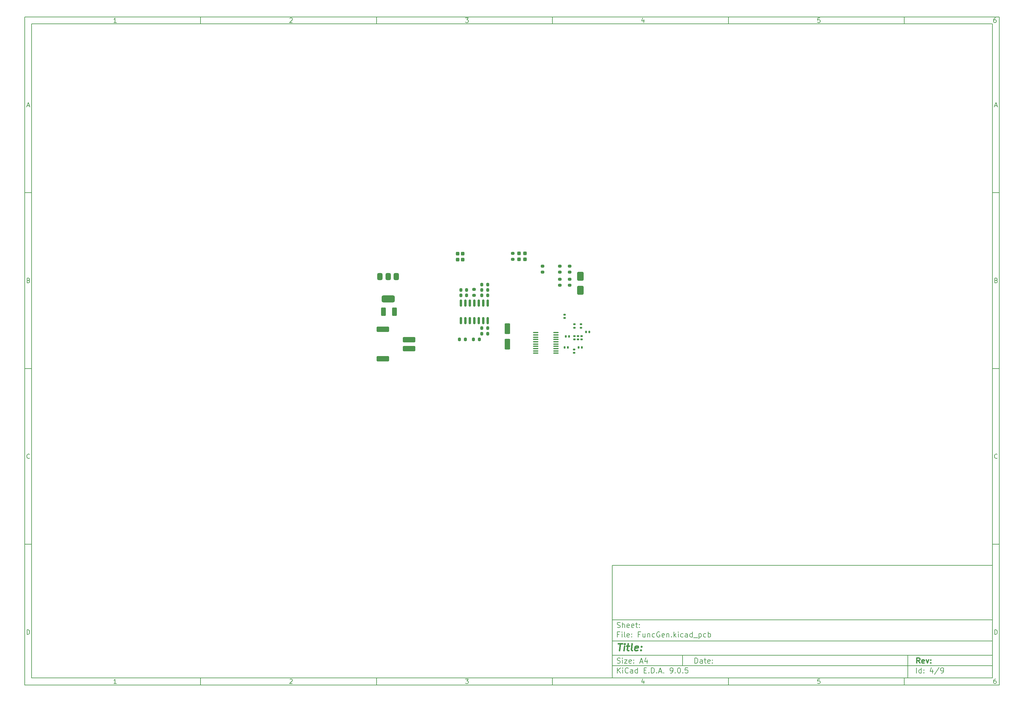
<source format=gbr>
%TF.GenerationSoftware,KiCad,Pcbnew,9.0.5*%
%TF.CreationDate,2025-10-31T11:59:02+05:30*%
%TF.ProjectId,FuncGen,46756e63-4765-46e2-9e6b-696361645f70,rev?*%
%TF.SameCoordinates,Original*%
%TF.FileFunction,Paste,Bot*%
%TF.FilePolarity,Positive*%
%FSLAX46Y46*%
G04 Gerber Fmt 4.6, Leading zero omitted, Abs format (unit mm)*
G04 Created by KiCad (PCBNEW 9.0.5) date 2025-10-31 11:59:02*
%MOMM*%
%LPD*%
G01*
G04 APERTURE LIST*
G04 Aperture macros list*
%AMRoundRect*
0 Rectangle with rounded corners*
0 $1 Rounding radius*
0 $2 $3 $4 $5 $6 $7 $8 $9 X,Y pos of 4 corners*
0 Add a 4 corners polygon primitive as box body*
4,1,4,$2,$3,$4,$5,$6,$7,$8,$9,$2,$3,0*
0 Add four circle primitives for the rounded corners*
1,1,$1+$1,$2,$3*
1,1,$1+$1,$4,$5*
1,1,$1+$1,$6,$7*
1,1,$1+$1,$8,$9*
0 Add four rect primitives between the rounded corners*
20,1,$1+$1,$2,$3,$4,$5,0*
20,1,$1+$1,$4,$5,$6,$7,0*
20,1,$1+$1,$6,$7,$8,$9,0*
20,1,$1+$1,$8,$9,$2,$3,0*%
G04 Aperture macros list end*
%ADD10C,0.100000*%
%ADD11C,0.150000*%
%ADD12C,0.300000*%
%ADD13C,0.400000*%
%ADD14RoundRect,0.237500X-0.237500X0.300000X-0.237500X-0.300000X0.237500X-0.300000X0.237500X0.300000X0*%
%ADD15RoundRect,0.200000X-0.275000X0.200000X-0.275000X-0.200000X0.275000X-0.200000X0.275000X0.200000X0*%
%ADD16RoundRect,0.140000X-0.170000X0.140000X-0.170000X-0.140000X0.170000X-0.140000X0.170000X0.140000X0*%
%ADD17RoundRect,0.140000X0.170000X-0.140000X0.170000X0.140000X-0.170000X0.140000X-0.170000X-0.140000X0*%
%ADD18RoundRect,0.200000X-0.200000X-0.275000X0.200000X-0.275000X0.200000X0.275000X-0.200000X0.275000X0*%
%ADD19RoundRect,0.250000X-0.650000X1.000000X-0.650000X-1.000000X0.650000X-1.000000X0.650000X1.000000X0*%
%ADD20RoundRect,0.200000X0.275000X-0.200000X0.275000X0.200000X-0.275000X0.200000X-0.275000X-0.200000X0*%
%ADD21RoundRect,0.237500X0.237500X-0.300000X0.237500X0.300000X-0.237500X0.300000X-0.237500X-0.300000X0*%
%ADD22RoundRect,0.200000X0.200000X0.275000X-0.200000X0.275000X-0.200000X-0.275000X0.200000X-0.275000X0*%
%ADD23RoundRect,0.150000X0.150000X-0.825000X0.150000X0.825000X-0.150000X0.825000X-0.150000X-0.825000X0*%
%ADD24RoundRect,0.225000X1.525000X-0.525000X1.525000X0.525000X-1.525000X0.525000X-1.525000X-0.525000X0*%
%ADD25RoundRect,0.250000X-0.420000X-0.945000X0.420000X-0.945000X0.420000X0.945000X-0.420000X0.945000X0*%
%ADD26RoundRect,0.140000X0.140000X0.170000X-0.140000X0.170000X-0.140000X-0.170000X0.140000X-0.170000X0*%
%ADD27RoundRect,0.375000X-0.375000X0.625000X-0.375000X-0.625000X0.375000X-0.625000X0.375000X0.625000X0*%
%ADD28RoundRect,0.500000X-1.400000X0.500000X-1.400000X-0.500000X1.400000X-0.500000X1.400000X0.500000X0*%
%ADD29RoundRect,0.100000X0.637500X0.100000X-0.637500X0.100000X-0.637500X-0.100000X0.637500X-0.100000X0*%
%ADD30RoundRect,0.140000X-0.140000X-0.170000X0.140000X-0.170000X0.140000X0.170000X-0.140000X0.170000X0*%
%ADD31RoundRect,0.250000X0.550000X-1.250000X0.550000X1.250000X-0.550000X1.250000X-0.550000X-1.250000X0*%
G04 APERTURE END LIST*
D10*
D11*
X177002200Y-166007200D02*
X285002200Y-166007200D01*
X285002200Y-198007200D01*
X177002200Y-198007200D01*
X177002200Y-166007200D01*
D10*
D11*
X10000000Y-10000000D02*
X287002200Y-10000000D01*
X287002200Y-200007200D01*
X10000000Y-200007200D01*
X10000000Y-10000000D01*
D10*
D11*
X12000000Y-12000000D02*
X285002200Y-12000000D01*
X285002200Y-198007200D01*
X12000000Y-198007200D01*
X12000000Y-12000000D01*
D10*
D11*
X60000000Y-12000000D02*
X60000000Y-10000000D01*
D10*
D11*
X110000000Y-12000000D02*
X110000000Y-10000000D01*
D10*
D11*
X160000000Y-12000000D02*
X160000000Y-10000000D01*
D10*
D11*
X210000000Y-12000000D02*
X210000000Y-10000000D01*
D10*
D11*
X260000000Y-12000000D02*
X260000000Y-10000000D01*
D10*
D11*
X36089160Y-11593604D02*
X35346303Y-11593604D01*
X35717731Y-11593604D02*
X35717731Y-10293604D01*
X35717731Y-10293604D02*
X35593922Y-10479319D01*
X35593922Y-10479319D02*
X35470112Y-10603128D01*
X35470112Y-10603128D02*
X35346303Y-10665033D01*
D10*
D11*
X85346303Y-10417414D02*
X85408207Y-10355509D01*
X85408207Y-10355509D02*
X85532017Y-10293604D01*
X85532017Y-10293604D02*
X85841541Y-10293604D01*
X85841541Y-10293604D02*
X85965350Y-10355509D01*
X85965350Y-10355509D02*
X86027255Y-10417414D01*
X86027255Y-10417414D02*
X86089160Y-10541223D01*
X86089160Y-10541223D02*
X86089160Y-10665033D01*
X86089160Y-10665033D02*
X86027255Y-10850747D01*
X86027255Y-10850747D02*
X85284398Y-11593604D01*
X85284398Y-11593604D02*
X86089160Y-11593604D01*
D10*
D11*
X135284398Y-10293604D02*
X136089160Y-10293604D01*
X136089160Y-10293604D02*
X135655826Y-10788842D01*
X135655826Y-10788842D02*
X135841541Y-10788842D01*
X135841541Y-10788842D02*
X135965350Y-10850747D01*
X135965350Y-10850747D02*
X136027255Y-10912652D01*
X136027255Y-10912652D02*
X136089160Y-11036461D01*
X136089160Y-11036461D02*
X136089160Y-11345985D01*
X136089160Y-11345985D02*
X136027255Y-11469795D01*
X136027255Y-11469795D02*
X135965350Y-11531700D01*
X135965350Y-11531700D02*
X135841541Y-11593604D01*
X135841541Y-11593604D02*
X135470112Y-11593604D01*
X135470112Y-11593604D02*
X135346303Y-11531700D01*
X135346303Y-11531700D02*
X135284398Y-11469795D01*
D10*
D11*
X185965350Y-10726938D02*
X185965350Y-11593604D01*
X185655826Y-10231700D02*
X185346303Y-11160271D01*
X185346303Y-11160271D02*
X186151064Y-11160271D01*
D10*
D11*
X236027255Y-10293604D02*
X235408207Y-10293604D01*
X235408207Y-10293604D02*
X235346303Y-10912652D01*
X235346303Y-10912652D02*
X235408207Y-10850747D01*
X235408207Y-10850747D02*
X235532017Y-10788842D01*
X235532017Y-10788842D02*
X235841541Y-10788842D01*
X235841541Y-10788842D02*
X235965350Y-10850747D01*
X235965350Y-10850747D02*
X236027255Y-10912652D01*
X236027255Y-10912652D02*
X236089160Y-11036461D01*
X236089160Y-11036461D02*
X236089160Y-11345985D01*
X236089160Y-11345985D02*
X236027255Y-11469795D01*
X236027255Y-11469795D02*
X235965350Y-11531700D01*
X235965350Y-11531700D02*
X235841541Y-11593604D01*
X235841541Y-11593604D02*
X235532017Y-11593604D01*
X235532017Y-11593604D02*
X235408207Y-11531700D01*
X235408207Y-11531700D02*
X235346303Y-11469795D01*
D10*
D11*
X285965350Y-10293604D02*
X285717731Y-10293604D01*
X285717731Y-10293604D02*
X285593922Y-10355509D01*
X285593922Y-10355509D02*
X285532017Y-10417414D01*
X285532017Y-10417414D02*
X285408207Y-10603128D01*
X285408207Y-10603128D02*
X285346303Y-10850747D01*
X285346303Y-10850747D02*
X285346303Y-11345985D01*
X285346303Y-11345985D02*
X285408207Y-11469795D01*
X285408207Y-11469795D02*
X285470112Y-11531700D01*
X285470112Y-11531700D02*
X285593922Y-11593604D01*
X285593922Y-11593604D02*
X285841541Y-11593604D01*
X285841541Y-11593604D02*
X285965350Y-11531700D01*
X285965350Y-11531700D02*
X286027255Y-11469795D01*
X286027255Y-11469795D02*
X286089160Y-11345985D01*
X286089160Y-11345985D02*
X286089160Y-11036461D01*
X286089160Y-11036461D02*
X286027255Y-10912652D01*
X286027255Y-10912652D02*
X285965350Y-10850747D01*
X285965350Y-10850747D02*
X285841541Y-10788842D01*
X285841541Y-10788842D02*
X285593922Y-10788842D01*
X285593922Y-10788842D02*
X285470112Y-10850747D01*
X285470112Y-10850747D02*
X285408207Y-10912652D01*
X285408207Y-10912652D02*
X285346303Y-11036461D01*
D10*
D11*
X60000000Y-198007200D02*
X60000000Y-200007200D01*
D10*
D11*
X110000000Y-198007200D02*
X110000000Y-200007200D01*
D10*
D11*
X160000000Y-198007200D02*
X160000000Y-200007200D01*
D10*
D11*
X210000000Y-198007200D02*
X210000000Y-200007200D01*
D10*
D11*
X260000000Y-198007200D02*
X260000000Y-200007200D01*
D10*
D11*
X36089160Y-199600804D02*
X35346303Y-199600804D01*
X35717731Y-199600804D02*
X35717731Y-198300804D01*
X35717731Y-198300804D02*
X35593922Y-198486519D01*
X35593922Y-198486519D02*
X35470112Y-198610328D01*
X35470112Y-198610328D02*
X35346303Y-198672233D01*
D10*
D11*
X85346303Y-198424614D02*
X85408207Y-198362709D01*
X85408207Y-198362709D02*
X85532017Y-198300804D01*
X85532017Y-198300804D02*
X85841541Y-198300804D01*
X85841541Y-198300804D02*
X85965350Y-198362709D01*
X85965350Y-198362709D02*
X86027255Y-198424614D01*
X86027255Y-198424614D02*
X86089160Y-198548423D01*
X86089160Y-198548423D02*
X86089160Y-198672233D01*
X86089160Y-198672233D02*
X86027255Y-198857947D01*
X86027255Y-198857947D02*
X85284398Y-199600804D01*
X85284398Y-199600804D02*
X86089160Y-199600804D01*
D10*
D11*
X135284398Y-198300804D02*
X136089160Y-198300804D01*
X136089160Y-198300804D02*
X135655826Y-198796042D01*
X135655826Y-198796042D02*
X135841541Y-198796042D01*
X135841541Y-198796042D02*
X135965350Y-198857947D01*
X135965350Y-198857947D02*
X136027255Y-198919852D01*
X136027255Y-198919852D02*
X136089160Y-199043661D01*
X136089160Y-199043661D02*
X136089160Y-199353185D01*
X136089160Y-199353185D02*
X136027255Y-199476995D01*
X136027255Y-199476995D02*
X135965350Y-199538900D01*
X135965350Y-199538900D02*
X135841541Y-199600804D01*
X135841541Y-199600804D02*
X135470112Y-199600804D01*
X135470112Y-199600804D02*
X135346303Y-199538900D01*
X135346303Y-199538900D02*
X135284398Y-199476995D01*
D10*
D11*
X185965350Y-198734138D02*
X185965350Y-199600804D01*
X185655826Y-198238900D02*
X185346303Y-199167471D01*
X185346303Y-199167471D02*
X186151064Y-199167471D01*
D10*
D11*
X236027255Y-198300804D02*
X235408207Y-198300804D01*
X235408207Y-198300804D02*
X235346303Y-198919852D01*
X235346303Y-198919852D02*
X235408207Y-198857947D01*
X235408207Y-198857947D02*
X235532017Y-198796042D01*
X235532017Y-198796042D02*
X235841541Y-198796042D01*
X235841541Y-198796042D02*
X235965350Y-198857947D01*
X235965350Y-198857947D02*
X236027255Y-198919852D01*
X236027255Y-198919852D02*
X236089160Y-199043661D01*
X236089160Y-199043661D02*
X236089160Y-199353185D01*
X236089160Y-199353185D02*
X236027255Y-199476995D01*
X236027255Y-199476995D02*
X235965350Y-199538900D01*
X235965350Y-199538900D02*
X235841541Y-199600804D01*
X235841541Y-199600804D02*
X235532017Y-199600804D01*
X235532017Y-199600804D02*
X235408207Y-199538900D01*
X235408207Y-199538900D02*
X235346303Y-199476995D01*
D10*
D11*
X285965350Y-198300804D02*
X285717731Y-198300804D01*
X285717731Y-198300804D02*
X285593922Y-198362709D01*
X285593922Y-198362709D02*
X285532017Y-198424614D01*
X285532017Y-198424614D02*
X285408207Y-198610328D01*
X285408207Y-198610328D02*
X285346303Y-198857947D01*
X285346303Y-198857947D02*
X285346303Y-199353185D01*
X285346303Y-199353185D02*
X285408207Y-199476995D01*
X285408207Y-199476995D02*
X285470112Y-199538900D01*
X285470112Y-199538900D02*
X285593922Y-199600804D01*
X285593922Y-199600804D02*
X285841541Y-199600804D01*
X285841541Y-199600804D02*
X285965350Y-199538900D01*
X285965350Y-199538900D02*
X286027255Y-199476995D01*
X286027255Y-199476995D02*
X286089160Y-199353185D01*
X286089160Y-199353185D02*
X286089160Y-199043661D01*
X286089160Y-199043661D02*
X286027255Y-198919852D01*
X286027255Y-198919852D02*
X285965350Y-198857947D01*
X285965350Y-198857947D02*
X285841541Y-198796042D01*
X285841541Y-198796042D02*
X285593922Y-198796042D01*
X285593922Y-198796042D02*
X285470112Y-198857947D01*
X285470112Y-198857947D02*
X285408207Y-198919852D01*
X285408207Y-198919852D02*
X285346303Y-199043661D01*
D10*
D11*
X10000000Y-60000000D02*
X12000000Y-60000000D01*
D10*
D11*
X10000000Y-110000000D02*
X12000000Y-110000000D01*
D10*
D11*
X10000000Y-160000000D02*
X12000000Y-160000000D01*
D10*
D11*
X10690476Y-35222176D02*
X11309523Y-35222176D01*
X10566666Y-35593604D02*
X10999999Y-34293604D01*
X10999999Y-34293604D02*
X11433333Y-35593604D01*
D10*
D11*
X11092857Y-84912652D02*
X11278571Y-84974557D01*
X11278571Y-84974557D02*
X11340476Y-85036461D01*
X11340476Y-85036461D02*
X11402380Y-85160271D01*
X11402380Y-85160271D02*
X11402380Y-85345985D01*
X11402380Y-85345985D02*
X11340476Y-85469795D01*
X11340476Y-85469795D02*
X11278571Y-85531700D01*
X11278571Y-85531700D02*
X11154761Y-85593604D01*
X11154761Y-85593604D02*
X10659523Y-85593604D01*
X10659523Y-85593604D02*
X10659523Y-84293604D01*
X10659523Y-84293604D02*
X11092857Y-84293604D01*
X11092857Y-84293604D02*
X11216666Y-84355509D01*
X11216666Y-84355509D02*
X11278571Y-84417414D01*
X11278571Y-84417414D02*
X11340476Y-84541223D01*
X11340476Y-84541223D02*
X11340476Y-84665033D01*
X11340476Y-84665033D02*
X11278571Y-84788842D01*
X11278571Y-84788842D02*
X11216666Y-84850747D01*
X11216666Y-84850747D02*
X11092857Y-84912652D01*
X11092857Y-84912652D02*
X10659523Y-84912652D01*
D10*
D11*
X11402380Y-135469795D02*
X11340476Y-135531700D01*
X11340476Y-135531700D02*
X11154761Y-135593604D01*
X11154761Y-135593604D02*
X11030952Y-135593604D01*
X11030952Y-135593604D02*
X10845238Y-135531700D01*
X10845238Y-135531700D02*
X10721428Y-135407890D01*
X10721428Y-135407890D02*
X10659523Y-135284080D01*
X10659523Y-135284080D02*
X10597619Y-135036461D01*
X10597619Y-135036461D02*
X10597619Y-134850747D01*
X10597619Y-134850747D02*
X10659523Y-134603128D01*
X10659523Y-134603128D02*
X10721428Y-134479319D01*
X10721428Y-134479319D02*
X10845238Y-134355509D01*
X10845238Y-134355509D02*
X11030952Y-134293604D01*
X11030952Y-134293604D02*
X11154761Y-134293604D01*
X11154761Y-134293604D02*
X11340476Y-134355509D01*
X11340476Y-134355509D02*
X11402380Y-134417414D01*
D10*
D11*
X10659523Y-185593604D02*
X10659523Y-184293604D01*
X10659523Y-184293604D02*
X10969047Y-184293604D01*
X10969047Y-184293604D02*
X11154761Y-184355509D01*
X11154761Y-184355509D02*
X11278571Y-184479319D01*
X11278571Y-184479319D02*
X11340476Y-184603128D01*
X11340476Y-184603128D02*
X11402380Y-184850747D01*
X11402380Y-184850747D02*
X11402380Y-185036461D01*
X11402380Y-185036461D02*
X11340476Y-185284080D01*
X11340476Y-185284080D02*
X11278571Y-185407890D01*
X11278571Y-185407890D02*
X11154761Y-185531700D01*
X11154761Y-185531700D02*
X10969047Y-185593604D01*
X10969047Y-185593604D02*
X10659523Y-185593604D01*
D10*
D11*
X287002200Y-60000000D02*
X285002200Y-60000000D01*
D10*
D11*
X287002200Y-110000000D02*
X285002200Y-110000000D01*
D10*
D11*
X287002200Y-160000000D02*
X285002200Y-160000000D01*
D10*
D11*
X285692676Y-35222176D02*
X286311723Y-35222176D01*
X285568866Y-35593604D02*
X286002199Y-34293604D01*
X286002199Y-34293604D02*
X286435533Y-35593604D01*
D10*
D11*
X286095057Y-84912652D02*
X286280771Y-84974557D01*
X286280771Y-84974557D02*
X286342676Y-85036461D01*
X286342676Y-85036461D02*
X286404580Y-85160271D01*
X286404580Y-85160271D02*
X286404580Y-85345985D01*
X286404580Y-85345985D02*
X286342676Y-85469795D01*
X286342676Y-85469795D02*
X286280771Y-85531700D01*
X286280771Y-85531700D02*
X286156961Y-85593604D01*
X286156961Y-85593604D02*
X285661723Y-85593604D01*
X285661723Y-85593604D02*
X285661723Y-84293604D01*
X285661723Y-84293604D02*
X286095057Y-84293604D01*
X286095057Y-84293604D02*
X286218866Y-84355509D01*
X286218866Y-84355509D02*
X286280771Y-84417414D01*
X286280771Y-84417414D02*
X286342676Y-84541223D01*
X286342676Y-84541223D02*
X286342676Y-84665033D01*
X286342676Y-84665033D02*
X286280771Y-84788842D01*
X286280771Y-84788842D02*
X286218866Y-84850747D01*
X286218866Y-84850747D02*
X286095057Y-84912652D01*
X286095057Y-84912652D02*
X285661723Y-84912652D01*
D10*
D11*
X286404580Y-135469795D02*
X286342676Y-135531700D01*
X286342676Y-135531700D02*
X286156961Y-135593604D01*
X286156961Y-135593604D02*
X286033152Y-135593604D01*
X286033152Y-135593604D02*
X285847438Y-135531700D01*
X285847438Y-135531700D02*
X285723628Y-135407890D01*
X285723628Y-135407890D02*
X285661723Y-135284080D01*
X285661723Y-135284080D02*
X285599819Y-135036461D01*
X285599819Y-135036461D02*
X285599819Y-134850747D01*
X285599819Y-134850747D02*
X285661723Y-134603128D01*
X285661723Y-134603128D02*
X285723628Y-134479319D01*
X285723628Y-134479319D02*
X285847438Y-134355509D01*
X285847438Y-134355509D02*
X286033152Y-134293604D01*
X286033152Y-134293604D02*
X286156961Y-134293604D01*
X286156961Y-134293604D02*
X286342676Y-134355509D01*
X286342676Y-134355509D02*
X286404580Y-134417414D01*
D10*
D11*
X285661723Y-185593604D02*
X285661723Y-184293604D01*
X285661723Y-184293604D02*
X285971247Y-184293604D01*
X285971247Y-184293604D02*
X286156961Y-184355509D01*
X286156961Y-184355509D02*
X286280771Y-184479319D01*
X286280771Y-184479319D02*
X286342676Y-184603128D01*
X286342676Y-184603128D02*
X286404580Y-184850747D01*
X286404580Y-184850747D02*
X286404580Y-185036461D01*
X286404580Y-185036461D02*
X286342676Y-185284080D01*
X286342676Y-185284080D02*
X286280771Y-185407890D01*
X286280771Y-185407890D02*
X286156961Y-185531700D01*
X286156961Y-185531700D02*
X285971247Y-185593604D01*
X285971247Y-185593604D02*
X285661723Y-185593604D01*
D10*
D11*
X200458026Y-193793328D02*
X200458026Y-192293328D01*
X200458026Y-192293328D02*
X200815169Y-192293328D01*
X200815169Y-192293328D02*
X201029455Y-192364757D01*
X201029455Y-192364757D02*
X201172312Y-192507614D01*
X201172312Y-192507614D02*
X201243741Y-192650471D01*
X201243741Y-192650471D02*
X201315169Y-192936185D01*
X201315169Y-192936185D02*
X201315169Y-193150471D01*
X201315169Y-193150471D02*
X201243741Y-193436185D01*
X201243741Y-193436185D02*
X201172312Y-193579042D01*
X201172312Y-193579042D02*
X201029455Y-193721900D01*
X201029455Y-193721900D02*
X200815169Y-193793328D01*
X200815169Y-193793328D02*
X200458026Y-193793328D01*
X202600884Y-193793328D02*
X202600884Y-193007614D01*
X202600884Y-193007614D02*
X202529455Y-192864757D01*
X202529455Y-192864757D02*
X202386598Y-192793328D01*
X202386598Y-192793328D02*
X202100884Y-192793328D01*
X202100884Y-192793328D02*
X201958026Y-192864757D01*
X202600884Y-193721900D02*
X202458026Y-193793328D01*
X202458026Y-193793328D02*
X202100884Y-193793328D01*
X202100884Y-193793328D02*
X201958026Y-193721900D01*
X201958026Y-193721900D02*
X201886598Y-193579042D01*
X201886598Y-193579042D02*
X201886598Y-193436185D01*
X201886598Y-193436185D02*
X201958026Y-193293328D01*
X201958026Y-193293328D02*
X202100884Y-193221900D01*
X202100884Y-193221900D02*
X202458026Y-193221900D01*
X202458026Y-193221900D02*
X202600884Y-193150471D01*
X203100884Y-192793328D02*
X203672312Y-192793328D01*
X203315169Y-192293328D02*
X203315169Y-193579042D01*
X203315169Y-193579042D02*
X203386598Y-193721900D01*
X203386598Y-193721900D02*
X203529455Y-193793328D01*
X203529455Y-193793328D02*
X203672312Y-193793328D01*
X204743741Y-193721900D02*
X204600884Y-193793328D01*
X204600884Y-193793328D02*
X204315170Y-193793328D01*
X204315170Y-193793328D02*
X204172312Y-193721900D01*
X204172312Y-193721900D02*
X204100884Y-193579042D01*
X204100884Y-193579042D02*
X204100884Y-193007614D01*
X204100884Y-193007614D02*
X204172312Y-192864757D01*
X204172312Y-192864757D02*
X204315170Y-192793328D01*
X204315170Y-192793328D02*
X204600884Y-192793328D01*
X204600884Y-192793328D02*
X204743741Y-192864757D01*
X204743741Y-192864757D02*
X204815170Y-193007614D01*
X204815170Y-193007614D02*
X204815170Y-193150471D01*
X204815170Y-193150471D02*
X204100884Y-193293328D01*
X205458026Y-193650471D02*
X205529455Y-193721900D01*
X205529455Y-193721900D02*
X205458026Y-193793328D01*
X205458026Y-193793328D02*
X205386598Y-193721900D01*
X205386598Y-193721900D02*
X205458026Y-193650471D01*
X205458026Y-193650471D02*
X205458026Y-193793328D01*
X205458026Y-192864757D02*
X205529455Y-192936185D01*
X205529455Y-192936185D02*
X205458026Y-193007614D01*
X205458026Y-193007614D02*
X205386598Y-192936185D01*
X205386598Y-192936185D02*
X205458026Y-192864757D01*
X205458026Y-192864757D02*
X205458026Y-193007614D01*
D10*
D11*
X177002200Y-194507200D02*
X285002200Y-194507200D01*
D10*
D11*
X178458026Y-196593328D02*
X178458026Y-195093328D01*
X179315169Y-196593328D02*
X178672312Y-195736185D01*
X179315169Y-195093328D02*
X178458026Y-195950471D01*
X179958026Y-196593328D02*
X179958026Y-195593328D01*
X179958026Y-195093328D02*
X179886598Y-195164757D01*
X179886598Y-195164757D02*
X179958026Y-195236185D01*
X179958026Y-195236185D02*
X180029455Y-195164757D01*
X180029455Y-195164757D02*
X179958026Y-195093328D01*
X179958026Y-195093328D02*
X179958026Y-195236185D01*
X181529455Y-196450471D02*
X181458027Y-196521900D01*
X181458027Y-196521900D02*
X181243741Y-196593328D01*
X181243741Y-196593328D02*
X181100884Y-196593328D01*
X181100884Y-196593328D02*
X180886598Y-196521900D01*
X180886598Y-196521900D02*
X180743741Y-196379042D01*
X180743741Y-196379042D02*
X180672312Y-196236185D01*
X180672312Y-196236185D02*
X180600884Y-195950471D01*
X180600884Y-195950471D02*
X180600884Y-195736185D01*
X180600884Y-195736185D02*
X180672312Y-195450471D01*
X180672312Y-195450471D02*
X180743741Y-195307614D01*
X180743741Y-195307614D02*
X180886598Y-195164757D01*
X180886598Y-195164757D02*
X181100884Y-195093328D01*
X181100884Y-195093328D02*
X181243741Y-195093328D01*
X181243741Y-195093328D02*
X181458027Y-195164757D01*
X181458027Y-195164757D02*
X181529455Y-195236185D01*
X182815170Y-196593328D02*
X182815170Y-195807614D01*
X182815170Y-195807614D02*
X182743741Y-195664757D01*
X182743741Y-195664757D02*
X182600884Y-195593328D01*
X182600884Y-195593328D02*
X182315170Y-195593328D01*
X182315170Y-195593328D02*
X182172312Y-195664757D01*
X182815170Y-196521900D02*
X182672312Y-196593328D01*
X182672312Y-196593328D02*
X182315170Y-196593328D01*
X182315170Y-196593328D02*
X182172312Y-196521900D01*
X182172312Y-196521900D02*
X182100884Y-196379042D01*
X182100884Y-196379042D02*
X182100884Y-196236185D01*
X182100884Y-196236185D02*
X182172312Y-196093328D01*
X182172312Y-196093328D02*
X182315170Y-196021900D01*
X182315170Y-196021900D02*
X182672312Y-196021900D01*
X182672312Y-196021900D02*
X182815170Y-195950471D01*
X184172313Y-196593328D02*
X184172313Y-195093328D01*
X184172313Y-196521900D02*
X184029455Y-196593328D01*
X184029455Y-196593328D02*
X183743741Y-196593328D01*
X183743741Y-196593328D02*
X183600884Y-196521900D01*
X183600884Y-196521900D02*
X183529455Y-196450471D01*
X183529455Y-196450471D02*
X183458027Y-196307614D01*
X183458027Y-196307614D02*
X183458027Y-195879042D01*
X183458027Y-195879042D02*
X183529455Y-195736185D01*
X183529455Y-195736185D02*
X183600884Y-195664757D01*
X183600884Y-195664757D02*
X183743741Y-195593328D01*
X183743741Y-195593328D02*
X184029455Y-195593328D01*
X184029455Y-195593328D02*
X184172313Y-195664757D01*
X186029455Y-195807614D02*
X186529455Y-195807614D01*
X186743741Y-196593328D02*
X186029455Y-196593328D01*
X186029455Y-196593328D02*
X186029455Y-195093328D01*
X186029455Y-195093328D02*
X186743741Y-195093328D01*
X187386598Y-196450471D02*
X187458027Y-196521900D01*
X187458027Y-196521900D02*
X187386598Y-196593328D01*
X187386598Y-196593328D02*
X187315170Y-196521900D01*
X187315170Y-196521900D02*
X187386598Y-196450471D01*
X187386598Y-196450471D02*
X187386598Y-196593328D01*
X188100884Y-196593328D02*
X188100884Y-195093328D01*
X188100884Y-195093328D02*
X188458027Y-195093328D01*
X188458027Y-195093328D02*
X188672313Y-195164757D01*
X188672313Y-195164757D02*
X188815170Y-195307614D01*
X188815170Y-195307614D02*
X188886599Y-195450471D01*
X188886599Y-195450471D02*
X188958027Y-195736185D01*
X188958027Y-195736185D02*
X188958027Y-195950471D01*
X188958027Y-195950471D02*
X188886599Y-196236185D01*
X188886599Y-196236185D02*
X188815170Y-196379042D01*
X188815170Y-196379042D02*
X188672313Y-196521900D01*
X188672313Y-196521900D02*
X188458027Y-196593328D01*
X188458027Y-196593328D02*
X188100884Y-196593328D01*
X189600884Y-196450471D02*
X189672313Y-196521900D01*
X189672313Y-196521900D02*
X189600884Y-196593328D01*
X189600884Y-196593328D02*
X189529456Y-196521900D01*
X189529456Y-196521900D02*
X189600884Y-196450471D01*
X189600884Y-196450471D02*
X189600884Y-196593328D01*
X190243742Y-196164757D02*
X190958028Y-196164757D01*
X190100885Y-196593328D02*
X190600885Y-195093328D01*
X190600885Y-195093328D02*
X191100885Y-196593328D01*
X191600884Y-196450471D02*
X191672313Y-196521900D01*
X191672313Y-196521900D02*
X191600884Y-196593328D01*
X191600884Y-196593328D02*
X191529456Y-196521900D01*
X191529456Y-196521900D02*
X191600884Y-196450471D01*
X191600884Y-196450471D02*
X191600884Y-196593328D01*
X193529456Y-196593328D02*
X193815170Y-196593328D01*
X193815170Y-196593328D02*
X193958027Y-196521900D01*
X193958027Y-196521900D02*
X194029456Y-196450471D01*
X194029456Y-196450471D02*
X194172313Y-196236185D01*
X194172313Y-196236185D02*
X194243742Y-195950471D01*
X194243742Y-195950471D02*
X194243742Y-195379042D01*
X194243742Y-195379042D02*
X194172313Y-195236185D01*
X194172313Y-195236185D02*
X194100885Y-195164757D01*
X194100885Y-195164757D02*
X193958027Y-195093328D01*
X193958027Y-195093328D02*
X193672313Y-195093328D01*
X193672313Y-195093328D02*
X193529456Y-195164757D01*
X193529456Y-195164757D02*
X193458027Y-195236185D01*
X193458027Y-195236185D02*
X193386599Y-195379042D01*
X193386599Y-195379042D02*
X193386599Y-195736185D01*
X193386599Y-195736185D02*
X193458027Y-195879042D01*
X193458027Y-195879042D02*
X193529456Y-195950471D01*
X193529456Y-195950471D02*
X193672313Y-196021900D01*
X193672313Y-196021900D02*
X193958027Y-196021900D01*
X193958027Y-196021900D02*
X194100885Y-195950471D01*
X194100885Y-195950471D02*
X194172313Y-195879042D01*
X194172313Y-195879042D02*
X194243742Y-195736185D01*
X194886598Y-196450471D02*
X194958027Y-196521900D01*
X194958027Y-196521900D02*
X194886598Y-196593328D01*
X194886598Y-196593328D02*
X194815170Y-196521900D01*
X194815170Y-196521900D02*
X194886598Y-196450471D01*
X194886598Y-196450471D02*
X194886598Y-196593328D01*
X195886599Y-195093328D02*
X196029456Y-195093328D01*
X196029456Y-195093328D02*
X196172313Y-195164757D01*
X196172313Y-195164757D02*
X196243742Y-195236185D01*
X196243742Y-195236185D02*
X196315170Y-195379042D01*
X196315170Y-195379042D02*
X196386599Y-195664757D01*
X196386599Y-195664757D02*
X196386599Y-196021900D01*
X196386599Y-196021900D02*
X196315170Y-196307614D01*
X196315170Y-196307614D02*
X196243742Y-196450471D01*
X196243742Y-196450471D02*
X196172313Y-196521900D01*
X196172313Y-196521900D02*
X196029456Y-196593328D01*
X196029456Y-196593328D02*
X195886599Y-196593328D01*
X195886599Y-196593328D02*
X195743742Y-196521900D01*
X195743742Y-196521900D02*
X195672313Y-196450471D01*
X195672313Y-196450471D02*
X195600884Y-196307614D01*
X195600884Y-196307614D02*
X195529456Y-196021900D01*
X195529456Y-196021900D02*
X195529456Y-195664757D01*
X195529456Y-195664757D02*
X195600884Y-195379042D01*
X195600884Y-195379042D02*
X195672313Y-195236185D01*
X195672313Y-195236185D02*
X195743742Y-195164757D01*
X195743742Y-195164757D02*
X195886599Y-195093328D01*
X197029455Y-196450471D02*
X197100884Y-196521900D01*
X197100884Y-196521900D02*
X197029455Y-196593328D01*
X197029455Y-196593328D02*
X196958027Y-196521900D01*
X196958027Y-196521900D02*
X197029455Y-196450471D01*
X197029455Y-196450471D02*
X197029455Y-196593328D01*
X198458027Y-195093328D02*
X197743741Y-195093328D01*
X197743741Y-195093328D02*
X197672313Y-195807614D01*
X197672313Y-195807614D02*
X197743741Y-195736185D01*
X197743741Y-195736185D02*
X197886599Y-195664757D01*
X197886599Y-195664757D02*
X198243741Y-195664757D01*
X198243741Y-195664757D02*
X198386599Y-195736185D01*
X198386599Y-195736185D02*
X198458027Y-195807614D01*
X198458027Y-195807614D02*
X198529456Y-195950471D01*
X198529456Y-195950471D02*
X198529456Y-196307614D01*
X198529456Y-196307614D02*
X198458027Y-196450471D01*
X198458027Y-196450471D02*
X198386599Y-196521900D01*
X198386599Y-196521900D02*
X198243741Y-196593328D01*
X198243741Y-196593328D02*
X197886599Y-196593328D01*
X197886599Y-196593328D02*
X197743741Y-196521900D01*
X197743741Y-196521900D02*
X197672313Y-196450471D01*
D10*
D11*
X177002200Y-191507200D02*
X285002200Y-191507200D01*
D10*
D12*
X264413853Y-193785528D02*
X263913853Y-193071242D01*
X263556710Y-193785528D02*
X263556710Y-192285528D01*
X263556710Y-192285528D02*
X264128139Y-192285528D01*
X264128139Y-192285528D02*
X264270996Y-192356957D01*
X264270996Y-192356957D02*
X264342425Y-192428385D01*
X264342425Y-192428385D02*
X264413853Y-192571242D01*
X264413853Y-192571242D02*
X264413853Y-192785528D01*
X264413853Y-192785528D02*
X264342425Y-192928385D01*
X264342425Y-192928385D02*
X264270996Y-192999814D01*
X264270996Y-192999814D02*
X264128139Y-193071242D01*
X264128139Y-193071242D02*
X263556710Y-193071242D01*
X265628139Y-193714100D02*
X265485282Y-193785528D01*
X265485282Y-193785528D02*
X265199568Y-193785528D01*
X265199568Y-193785528D02*
X265056710Y-193714100D01*
X265056710Y-193714100D02*
X264985282Y-193571242D01*
X264985282Y-193571242D02*
X264985282Y-192999814D01*
X264985282Y-192999814D02*
X265056710Y-192856957D01*
X265056710Y-192856957D02*
X265199568Y-192785528D01*
X265199568Y-192785528D02*
X265485282Y-192785528D01*
X265485282Y-192785528D02*
X265628139Y-192856957D01*
X265628139Y-192856957D02*
X265699568Y-192999814D01*
X265699568Y-192999814D02*
X265699568Y-193142671D01*
X265699568Y-193142671D02*
X264985282Y-193285528D01*
X266199567Y-192785528D02*
X266556710Y-193785528D01*
X266556710Y-193785528D02*
X266913853Y-192785528D01*
X267485281Y-193642671D02*
X267556710Y-193714100D01*
X267556710Y-193714100D02*
X267485281Y-193785528D01*
X267485281Y-193785528D02*
X267413853Y-193714100D01*
X267413853Y-193714100D02*
X267485281Y-193642671D01*
X267485281Y-193642671D02*
X267485281Y-193785528D01*
X267485281Y-192856957D02*
X267556710Y-192928385D01*
X267556710Y-192928385D02*
X267485281Y-192999814D01*
X267485281Y-192999814D02*
X267413853Y-192928385D01*
X267413853Y-192928385D02*
X267485281Y-192856957D01*
X267485281Y-192856957D02*
X267485281Y-192999814D01*
D10*
D11*
X178386598Y-193721900D02*
X178600884Y-193793328D01*
X178600884Y-193793328D02*
X178958026Y-193793328D01*
X178958026Y-193793328D02*
X179100884Y-193721900D01*
X179100884Y-193721900D02*
X179172312Y-193650471D01*
X179172312Y-193650471D02*
X179243741Y-193507614D01*
X179243741Y-193507614D02*
X179243741Y-193364757D01*
X179243741Y-193364757D02*
X179172312Y-193221900D01*
X179172312Y-193221900D02*
X179100884Y-193150471D01*
X179100884Y-193150471D02*
X178958026Y-193079042D01*
X178958026Y-193079042D02*
X178672312Y-193007614D01*
X178672312Y-193007614D02*
X178529455Y-192936185D01*
X178529455Y-192936185D02*
X178458026Y-192864757D01*
X178458026Y-192864757D02*
X178386598Y-192721900D01*
X178386598Y-192721900D02*
X178386598Y-192579042D01*
X178386598Y-192579042D02*
X178458026Y-192436185D01*
X178458026Y-192436185D02*
X178529455Y-192364757D01*
X178529455Y-192364757D02*
X178672312Y-192293328D01*
X178672312Y-192293328D02*
X179029455Y-192293328D01*
X179029455Y-192293328D02*
X179243741Y-192364757D01*
X179886597Y-193793328D02*
X179886597Y-192793328D01*
X179886597Y-192293328D02*
X179815169Y-192364757D01*
X179815169Y-192364757D02*
X179886597Y-192436185D01*
X179886597Y-192436185D02*
X179958026Y-192364757D01*
X179958026Y-192364757D02*
X179886597Y-192293328D01*
X179886597Y-192293328D02*
X179886597Y-192436185D01*
X180458026Y-192793328D02*
X181243741Y-192793328D01*
X181243741Y-192793328D02*
X180458026Y-193793328D01*
X180458026Y-193793328D02*
X181243741Y-193793328D01*
X182386598Y-193721900D02*
X182243741Y-193793328D01*
X182243741Y-193793328D02*
X181958027Y-193793328D01*
X181958027Y-193793328D02*
X181815169Y-193721900D01*
X181815169Y-193721900D02*
X181743741Y-193579042D01*
X181743741Y-193579042D02*
X181743741Y-193007614D01*
X181743741Y-193007614D02*
X181815169Y-192864757D01*
X181815169Y-192864757D02*
X181958027Y-192793328D01*
X181958027Y-192793328D02*
X182243741Y-192793328D01*
X182243741Y-192793328D02*
X182386598Y-192864757D01*
X182386598Y-192864757D02*
X182458027Y-193007614D01*
X182458027Y-193007614D02*
X182458027Y-193150471D01*
X182458027Y-193150471D02*
X181743741Y-193293328D01*
X183100883Y-193650471D02*
X183172312Y-193721900D01*
X183172312Y-193721900D02*
X183100883Y-193793328D01*
X183100883Y-193793328D02*
X183029455Y-193721900D01*
X183029455Y-193721900D02*
X183100883Y-193650471D01*
X183100883Y-193650471D02*
X183100883Y-193793328D01*
X183100883Y-192864757D02*
X183172312Y-192936185D01*
X183172312Y-192936185D02*
X183100883Y-193007614D01*
X183100883Y-193007614D02*
X183029455Y-192936185D01*
X183029455Y-192936185D02*
X183100883Y-192864757D01*
X183100883Y-192864757D02*
X183100883Y-193007614D01*
X184886598Y-193364757D02*
X185600884Y-193364757D01*
X184743741Y-193793328D02*
X185243741Y-192293328D01*
X185243741Y-192293328D02*
X185743741Y-193793328D01*
X186886598Y-192793328D02*
X186886598Y-193793328D01*
X186529455Y-192221900D02*
X186172312Y-193293328D01*
X186172312Y-193293328D02*
X187100883Y-193293328D01*
D10*
D11*
X263458026Y-196593328D02*
X263458026Y-195093328D01*
X264815170Y-196593328D02*
X264815170Y-195093328D01*
X264815170Y-196521900D02*
X264672312Y-196593328D01*
X264672312Y-196593328D02*
X264386598Y-196593328D01*
X264386598Y-196593328D02*
X264243741Y-196521900D01*
X264243741Y-196521900D02*
X264172312Y-196450471D01*
X264172312Y-196450471D02*
X264100884Y-196307614D01*
X264100884Y-196307614D02*
X264100884Y-195879042D01*
X264100884Y-195879042D02*
X264172312Y-195736185D01*
X264172312Y-195736185D02*
X264243741Y-195664757D01*
X264243741Y-195664757D02*
X264386598Y-195593328D01*
X264386598Y-195593328D02*
X264672312Y-195593328D01*
X264672312Y-195593328D02*
X264815170Y-195664757D01*
X265529455Y-196450471D02*
X265600884Y-196521900D01*
X265600884Y-196521900D02*
X265529455Y-196593328D01*
X265529455Y-196593328D02*
X265458027Y-196521900D01*
X265458027Y-196521900D02*
X265529455Y-196450471D01*
X265529455Y-196450471D02*
X265529455Y-196593328D01*
X265529455Y-195664757D02*
X265600884Y-195736185D01*
X265600884Y-195736185D02*
X265529455Y-195807614D01*
X265529455Y-195807614D02*
X265458027Y-195736185D01*
X265458027Y-195736185D02*
X265529455Y-195664757D01*
X265529455Y-195664757D02*
X265529455Y-195807614D01*
X268029456Y-195593328D02*
X268029456Y-196593328D01*
X267672313Y-195021900D02*
X267315170Y-196093328D01*
X267315170Y-196093328D02*
X268243741Y-196093328D01*
X269886598Y-195021900D02*
X268600884Y-196950471D01*
X270458027Y-196593328D02*
X270743741Y-196593328D01*
X270743741Y-196593328D02*
X270886598Y-196521900D01*
X270886598Y-196521900D02*
X270958027Y-196450471D01*
X270958027Y-196450471D02*
X271100884Y-196236185D01*
X271100884Y-196236185D02*
X271172313Y-195950471D01*
X271172313Y-195950471D02*
X271172313Y-195379042D01*
X271172313Y-195379042D02*
X271100884Y-195236185D01*
X271100884Y-195236185D02*
X271029456Y-195164757D01*
X271029456Y-195164757D02*
X270886598Y-195093328D01*
X270886598Y-195093328D02*
X270600884Y-195093328D01*
X270600884Y-195093328D02*
X270458027Y-195164757D01*
X270458027Y-195164757D02*
X270386598Y-195236185D01*
X270386598Y-195236185D02*
X270315170Y-195379042D01*
X270315170Y-195379042D02*
X270315170Y-195736185D01*
X270315170Y-195736185D02*
X270386598Y-195879042D01*
X270386598Y-195879042D02*
X270458027Y-195950471D01*
X270458027Y-195950471D02*
X270600884Y-196021900D01*
X270600884Y-196021900D02*
X270886598Y-196021900D01*
X270886598Y-196021900D02*
X271029456Y-195950471D01*
X271029456Y-195950471D02*
X271100884Y-195879042D01*
X271100884Y-195879042D02*
X271172313Y-195736185D01*
D10*
D11*
X177002200Y-187507200D02*
X285002200Y-187507200D01*
D10*
D13*
X178693928Y-188211638D02*
X179836785Y-188211638D01*
X179015357Y-190211638D02*
X179265357Y-188211638D01*
X180253452Y-190211638D02*
X180420119Y-188878304D01*
X180503452Y-188211638D02*
X180396309Y-188306876D01*
X180396309Y-188306876D02*
X180479643Y-188402114D01*
X180479643Y-188402114D02*
X180586786Y-188306876D01*
X180586786Y-188306876D02*
X180503452Y-188211638D01*
X180503452Y-188211638D02*
X180479643Y-188402114D01*
X181086786Y-188878304D02*
X181848690Y-188878304D01*
X181455833Y-188211638D02*
X181241548Y-189925923D01*
X181241548Y-189925923D02*
X181312976Y-190116400D01*
X181312976Y-190116400D02*
X181491548Y-190211638D01*
X181491548Y-190211638D02*
X181682024Y-190211638D01*
X182634405Y-190211638D02*
X182455833Y-190116400D01*
X182455833Y-190116400D02*
X182384405Y-189925923D01*
X182384405Y-189925923D02*
X182598690Y-188211638D01*
X184170119Y-190116400D02*
X183967738Y-190211638D01*
X183967738Y-190211638D02*
X183586785Y-190211638D01*
X183586785Y-190211638D02*
X183408214Y-190116400D01*
X183408214Y-190116400D02*
X183336785Y-189925923D01*
X183336785Y-189925923D02*
X183432024Y-189164019D01*
X183432024Y-189164019D02*
X183551071Y-188973542D01*
X183551071Y-188973542D02*
X183753452Y-188878304D01*
X183753452Y-188878304D02*
X184134404Y-188878304D01*
X184134404Y-188878304D02*
X184312976Y-188973542D01*
X184312976Y-188973542D02*
X184384404Y-189164019D01*
X184384404Y-189164019D02*
X184360595Y-189354495D01*
X184360595Y-189354495D02*
X183384404Y-189544971D01*
X185134405Y-190021161D02*
X185217738Y-190116400D01*
X185217738Y-190116400D02*
X185110595Y-190211638D01*
X185110595Y-190211638D02*
X185027262Y-190116400D01*
X185027262Y-190116400D02*
X185134405Y-190021161D01*
X185134405Y-190021161D02*
X185110595Y-190211638D01*
X185265357Y-188973542D02*
X185348690Y-189068780D01*
X185348690Y-189068780D02*
X185241548Y-189164019D01*
X185241548Y-189164019D02*
X185158214Y-189068780D01*
X185158214Y-189068780D02*
X185265357Y-188973542D01*
X185265357Y-188973542D02*
X185241548Y-189164019D01*
D10*
D11*
X178958026Y-185607614D02*
X178458026Y-185607614D01*
X178458026Y-186393328D02*
X178458026Y-184893328D01*
X178458026Y-184893328D02*
X179172312Y-184893328D01*
X179743740Y-186393328D02*
X179743740Y-185393328D01*
X179743740Y-184893328D02*
X179672312Y-184964757D01*
X179672312Y-184964757D02*
X179743740Y-185036185D01*
X179743740Y-185036185D02*
X179815169Y-184964757D01*
X179815169Y-184964757D02*
X179743740Y-184893328D01*
X179743740Y-184893328D02*
X179743740Y-185036185D01*
X180672312Y-186393328D02*
X180529455Y-186321900D01*
X180529455Y-186321900D02*
X180458026Y-186179042D01*
X180458026Y-186179042D02*
X180458026Y-184893328D01*
X181815169Y-186321900D02*
X181672312Y-186393328D01*
X181672312Y-186393328D02*
X181386598Y-186393328D01*
X181386598Y-186393328D02*
X181243740Y-186321900D01*
X181243740Y-186321900D02*
X181172312Y-186179042D01*
X181172312Y-186179042D02*
X181172312Y-185607614D01*
X181172312Y-185607614D02*
X181243740Y-185464757D01*
X181243740Y-185464757D02*
X181386598Y-185393328D01*
X181386598Y-185393328D02*
X181672312Y-185393328D01*
X181672312Y-185393328D02*
X181815169Y-185464757D01*
X181815169Y-185464757D02*
X181886598Y-185607614D01*
X181886598Y-185607614D02*
X181886598Y-185750471D01*
X181886598Y-185750471D02*
X181172312Y-185893328D01*
X182529454Y-186250471D02*
X182600883Y-186321900D01*
X182600883Y-186321900D02*
X182529454Y-186393328D01*
X182529454Y-186393328D02*
X182458026Y-186321900D01*
X182458026Y-186321900D02*
X182529454Y-186250471D01*
X182529454Y-186250471D02*
X182529454Y-186393328D01*
X182529454Y-185464757D02*
X182600883Y-185536185D01*
X182600883Y-185536185D02*
X182529454Y-185607614D01*
X182529454Y-185607614D02*
X182458026Y-185536185D01*
X182458026Y-185536185D02*
X182529454Y-185464757D01*
X182529454Y-185464757D02*
X182529454Y-185607614D01*
X184886597Y-185607614D02*
X184386597Y-185607614D01*
X184386597Y-186393328D02*
X184386597Y-184893328D01*
X184386597Y-184893328D02*
X185100883Y-184893328D01*
X186315169Y-185393328D02*
X186315169Y-186393328D01*
X185672311Y-185393328D02*
X185672311Y-186179042D01*
X185672311Y-186179042D02*
X185743740Y-186321900D01*
X185743740Y-186321900D02*
X185886597Y-186393328D01*
X185886597Y-186393328D02*
X186100883Y-186393328D01*
X186100883Y-186393328D02*
X186243740Y-186321900D01*
X186243740Y-186321900D02*
X186315169Y-186250471D01*
X187029454Y-185393328D02*
X187029454Y-186393328D01*
X187029454Y-185536185D02*
X187100883Y-185464757D01*
X187100883Y-185464757D02*
X187243740Y-185393328D01*
X187243740Y-185393328D02*
X187458026Y-185393328D01*
X187458026Y-185393328D02*
X187600883Y-185464757D01*
X187600883Y-185464757D02*
X187672312Y-185607614D01*
X187672312Y-185607614D02*
X187672312Y-186393328D01*
X189029455Y-186321900D02*
X188886597Y-186393328D01*
X188886597Y-186393328D02*
X188600883Y-186393328D01*
X188600883Y-186393328D02*
X188458026Y-186321900D01*
X188458026Y-186321900D02*
X188386597Y-186250471D01*
X188386597Y-186250471D02*
X188315169Y-186107614D01*
X188315169Y-186107614D02*
X188315169Y-185679042D01*
X188315169Y-185679042D02*
X188386597Y-185536185D01*
X188386597Y-185536185D02*
X188458026Y-185464757D01*
X188458026Y-185464757D02*
X188600883Y-185393328D01*
X188600883Y-185393328D02*
X188886597Y-185393328D01*
X188886597Y-185393328D02*
X189029455Y-185464757D01*
X190458026Y-184964757D02*
X190315169Y-184893328D01*
X190315169Y-184893328D02*
X190100883Y-184893328D01*
X190100883Y-184893328D02*
X189886597Y-184964757D01*
X189886597Y-184964757D02*
X189743740Y-185107614D01*
X189743740Y-185107614D02*
X189672311Y-185250471D01*
X189672311Y-185250471D02*
X189600883Y-185536185D01*
X189600883Y-185536185D02*
X189600883Y-185750471D01*
X189600883Y-185750471D02*
X189672311Y-186036185D01*
X189672311Y-186036185D02*
X189743740Y-186179042D01*
X189743740Y-186179042D02*
X189886597Y-186321900D01*
X189886597Y-186321900D02*
X190100883Y-186393328D01*
X190100883Y-186393328D02*
X190243740Y-186393328D01*
X190243740Y-186393328D02*
X190458026Y-186321900D01*
X190458026Y-186321900D02*
X190529454Y-186250471D01*
X190529454Y-186250471D02*
X190529454Y-185750471D01*
X190529454Y-185750471D02*
X190243740Y-185750471D01*
X191743740Y-186321900D02*
X191600883Y-186393328D01*
X191600883Y-186393328D02*
X191315169Y-186393328D01*
X191315169Y-186393328D02*
X191172311Y-186321900D01*
X191172311Y-186321900D02*
X191100883Y-186179042D01*
X191100883Y-186179042D02*
X191100883Y-185607614D01*
X191100883Y-185607614D02*
X191172311Y-185464757D01*
X191172311Y-185464757D02*
X191315169Y-185393328D01*
X191315169Y-185393328D02*
X191600883Y-185393328D01*
X191600883Y-185393328D02*
X191743740Y-185464757D01*
X191743740Y-185464757D02*
X191815169Y-185607614D01*
X191815169Y-185607614D02*
X191815169Y-185750471D01*
X191815169Y-185750471D02*
X191100883Y-185893328D01*
X192458025Y-185393328D02*
X192458025Y-186393328D01*
X192458025Y-185536185D02*
X192529454Y-185464757D01*
X192529454Y-185464757D02*
X192672311Y-185393328D01*
X192672311Y-185393328D02*
X192886597Y-185393328D01*
X192886597Y-185393328D02*
X193029454Y-185464757D01*
X193029454Y-185464757D02*
X193100883Y-185607614D01*
X193100883Y-185607614D02*
X193100883Y-186393328D01*
X193815168Y-186250471D02*
X193886597Y-186321900D01*
X193886597Y-186321900D02*
X193815168Y-186393328D01*
X193815168Y-186393328D02*
X193743740Y-186321900D01*
X193743740Y-186321900D02*
X193815168Y-186250471D01*
X193815168Y-186250471D02*
X193815168Y-186393328D01*
X194529454Y-186393328D02*
X194529454Y-184893328D01*
X194672312Y-185821900D02*
X195100883Y-186393328D01*
X195100883Y-185393328D02*
X194529454Y-185964757D01*
X195743740Y-186393328D02*
X195743740Y-185393328D01*
X195743740Y-184893328D02*
X195672312Y-184964757D01*
X195672312Y-184964757D02*
X195743740Y-185036185D01*
X195743740Y-185036185D02*
X195815169Y-184964757D01*
X195815169Y-184964757D02*
X195743740Y-184893328D01*
X195743740Y-184893328D02*
X195743740Y-185036185D01*
X197100884Y-186321900D02*
X196958026Y-186393328D01*
X196958026Y-186393328D02*
X196672312Y-186393328D01*
X196672312Y-186393328D02*
X196529455Y-186321900D01*
X196529455Y-186321900D02*
X196458026Y-186250471D01*
X196458026Y-186250471D02*
X196386598Y-186107614D01*
X196386598Y-186107614D02*
X196386598Y-185679042D01*
X196386598Y-185679042D02*
X196458026Y-185536185D01*
X196458026Y-185536185D02*
X196529455Y-185464757D01*
X196529455Y-185464757D02*
X196672312Y-185393328D01*
X196672312Y-185393328D02*
X196958026Y-185393328D01*
X196958026Y-185393328D02*
X197100884Y-185464757D01*
X198386598Y-186393328D02*
X198386598Y-185607614D01*
X198386598Y-185607614D02*
X198315169Y-185464757D01*
X198315169Y-185464757D02*
X198172312Y-185393328D01*
X198172312Y-185393328D02*
X197886598Y-185393328D01*
X197886598Y-185393328D02*
X197743740Y-185464757D01*
X198386598Y-186321900D02*
X198243740Y-186393328D01*
X198243740Y-186393328D02*
X197886598Y-186393328D01*
X197886598Y-186393328D02*
X197743740Y-186321900D01*
X197743740Y-186321900D02*
X197672312Y-186179042D01*
X197672312Y-186179042D02*
X197672312Y-186036185D01*
X197672312Y-186036185D02*
X197743740Y-185893328D01*
X197743740Y-185893328D02*
X197886598Y-185821900D01*
X197886598Y-185821900D02*
X198243740Y-185821900D01*
X198243740Y-185821900D02*
X198386598Y-185750471D01*
X199743741Y-186393328D02*
X199743741Y-184893328D01*
X199743741Y-186321900D02*
X199600883Y-186393328D01*
X199600883Y-186393328D02*
X199315169Y-186393328D01*
X199315169Y-186393328D02*
X199172312Y-186321900D01*
X199172312Y-186321900D02*
X199100883Y-186250471D01*
X199100883Y-186250471D02*
X199029455Y-186107614D01*
X199029455Y-186107614D02*
X199029455Y-185679042D01*
X199029455Y-185679042D02*
X199100883Y-185536185D01*
X199100883Y-185536185D02*
X199172312Y-185464757D01*
X199172312Y-185464757D02*
X199315169Y-185393328D01*
X199315169Y-185393328D02*
X199600883Y-185393328D01*
X199600883Y-185393328D02*
X199743741Y-185464757D01*
X200100884Y-186536185D02*
X201243741Y-186536185D01*
X201600883Y-185393328D02*
X201600883Y-186893328D01*
X201600883Y-185464757D02*
X201743741Y-185393328D01*
X201743741Y-185393328D02*
X202029455Y-185393328D01*
X202029455Y-185393328D02*
X202172312Y-185464757D01*
X202172312Y-185464757D02*
X202243741Y-185536185D01*
X202243741Y-185536185D02*
X202315169Y-185679042D01*
X202315169Y-185679042D02*
X202315169Y-186107614D01*
X202315169Y-186107614D02*
X202243741Y-186250471D01*
X202243741Y-186250471D02*
X202172312Y-186321900D01*
X202172312Y-186321900D02*
X202029455Y-186393328D01*
X202029455Y-186393328D02*
X201743741Y-186393328D01*
X201743741Y-186393328D02*
X201600883Y-186321900D01*
X203600884Y-186321900D02*
X203458026Y-186393328D01*
X203458026Y-186393328D02*
X203172312Y-186393328D01*
X203172312Y-186393328D02*
X203029455Y-186321900D01*
X203029455Y-186321900D02*
X202958026Y-186250471D01*
X202958026Y-186250471D02*
X202886598Y-186107614D01*
X202886598Y-186107614D02*
X202886598Y-185679042D01*
X202886598Y-185679042D02*
X202958026Y-185536185D01*
X202958026Y-185536185D02*
X203029455Y-185464757D01*
X203029455Y-185464757D02*
X203172312Y-185393328D01*
X203172312Y-185393328D02*
X203458026Y-185393328D01*
X203458026Y-185393328D02*
X203600884Y-185464757D01*
X204243740Y-186393328D02*
X204243740Y-184893328D01*
X204243740Y-185464757D02*
X204386598Y-185393328D01*
X204386598Y-185393328D02*
X204672312Y-185393328D01*
X204672312Y-185393328D02*
X204815169Y-185464757D01*
X204815169Y-185464757D02*
X204886598Y-185536185D01*
X204886598Y-185536185D02*
X204958026Y-185679042D01*
X204958026Y-185679042D02*
X204958026Y-186107614D01*
X204958026Y-186107614D02*
X204886598Y-186250471D01*
X204886598Y-186250471D02*
X204815169Y-186321900D01*
X204815169Y-186321900D02*
X204672312Y-186393328D01*
X204672312Y-186393328D02*
X204386598Y-186393328D01*
X204386598Y-186393328D02*
X204243740Y-186321900D01*
D10*
D11*
X177002200Y-181507200D02*
X285002200Y-181507200D01*
D10*
D11*
X178386598Y-183621900D02*
X178600884Y-183693328D01*
X178600884Y-183693328D02*
X178958026Y-183693328D01*
X178958026Y-183693328D02*
X179100884Y-183621900D01*
X179100884Y-183621900D02*
X179172312Y-183550471D01*
X179172312Y-183550471D02*
X179243741Y-183407614D01*
X179243741Y-183407614D02*
X179243741Y-183264757D01*
X179243741Y-183264757D02*
X179172312Y-183121900D01*
X179172312Y-183121900D02*
X179100884Y-183050471D01*
X179100884Y-183050471D02*
X178958026Y-182979042D01*
X178958026Y-182979042D02*
X178672312Y-182907614D01*
X178672312Y-182907614D02*
X178529455Y-182836185D01*
X178529455Y-182836185D02*
X178458026Y-182764757D01*
X178458026Y-182764757D02*
X178386598Y-182621900D01*
X178386598Y-182621900D02*
X178386598Y-182479042D01*
X178386598Y-182479042D02*
X178458026Y-182336185D01*
X178458026Y-182336185D02*
X178529455Y-182264757D01*
X178529455Y-182264757D02*
X178672312Y-182193328D01*
X178672312Y-182193328D02*
X179029455Y-182193328D01*
X179029455Y-182193328D02*
X179243741Y-182264757D01*
X179886597Y-183693328D02*
X179886597Y-182193328D01*
X180529455Y-183693328D02*
X180529455Y-182907614D01*
X180529455Y-182907614D02*
X180458026Y-182764757D01*
X180458026Y-182764757D02*
X180315169Y-182693328D01*
X180315169Y-182693328D02*
X180100883Y-182693328D01*
X180100883Y-182693328D02*
X179958026Y-182764757D01*
X179958026Y-182764757D02*
X179886597Y-182836185D01*
X181815169Y-183621900D02*
X181672312Y-183693328D01*
X181672312Y-183693328D02*
X181386598Y-183693328D01*
X181386598Y-183693328D02*
X181243740Y-183621900D01*
X181243740Y-183621900D02*
X181172312Y-183479042D01*
X181172312Y-183479042D02*
X181172312Y-182907614D01*
X181172312Y-182907614D02*
X181243740Y-182764757D01*
X181243740Y-182764757D02*
X181386598Y-182693328D01*
X181386598Y-182693328D02*
X181672312Y-182693328D01*
X181672312Y-182693328D02*
X181815169Y-182764757D01*
X181815169Y-182764757D02*
X181886598Y-182907614D01*
X181886598Y-182907614D02*
X181886598Y-183050471D01*
X181886598Y-183050471D02*
X181172312Y-183193328D01*
X183100883Y-183621900D02*
X182958026Y-183693328D01*
X182958026Y-183693328D02*
X182672312Y-183693328D01*
X182672312Y-183693328D02*
X182529454Y-183621900D01*
X182529454Y-183621900D02*
X182458026Y-183479042D01*
X182458026Y-183479042D02*
X182458026Y-182907614D01*
X182458026Y-182907614D02*
X182529454Y-182764757D01*
X182529454Y-182764757D02*
X182672312Y-182693328D01*
X182672312Y-182693328D02*
X182958026Y-182693328D01*
X182958026Y-182693328D02*
X183100883Y-182764757D01*
X183100883Y-182764757D02*
X183172312Y-182907614D01*
X183172312Y-182907614D02*
X183172312Y-183050471D01*
X183172312Y-183050471D02*
X182458026Y-183193328D01*
X183600883Y-182693328D02*
X184172311Y-182693328D01*
X183815168Y-182193328D02*
X183815168Y-183479042D01*
X183815168Y-183479042D02*
X183886597Y-183621900D01*
X183886597Y-183621900D02*
X184029454Y-183693328D01*
X184029454Y-183693328D02*
X184172311Y-183693328D01*
X184672311Y-183550471D02*
X184743740Y-183621900D01*
X184743740Y-183621900D02*
X184672311Y-183693328D01*
X184672311Y-183693328D02*
X184600883Y-183621900D01*
X184600883Y-183621900D02*
X184672311Y-183550471D01*
X184672311Y-183550471D02*
X184672311Y-183693328D01*
X184672311Y-182764757D02*
X184743740Y-182836185D01*
X184743740Y-182836185D02*
X184672311Y-182907614D01*
X184672311Y-182907614D02*
X184600883Y-182836185D01*
X184600883Y-182836185D02*
X184672311Y-182764757D01*
X184672311Y-182764757D02*
X184672311Y-182907614D01*
D10*
D11*
X197002200Y-191507200D02*
X197002200Y-194507200D01*
D10*
D11*
X261002200Y-191507200D02*
X261002200Y-198007200D01*
D14*
%TO.C,C8*%
X152146000Y-77217100D03*
X152146000Y-78942100D03*
%TD*%
D15*
%TO.C,R6*%
X162066525Y-84620600D03*
X162066525Y-86270600D03*
%TD*%
D16*
%TO.C,C18*%
X166166800Y-104602400D03*
X166166800Y-105562400D03*
%TD*%
D17*
%TO.C,C16*%
X167216866Y-101715621D03*
X167216866Y-100755621D03*
%TD*%
D18*
%TO.C,R34*%
X139929600Y-98536992D03*
X141579600Y-98536992D03*
%TD*%
D19*
%TO.C,D1*%
X167894000Y-83750400D03*
X167894000Y-87750400D03*
%TD*%
D18*
%TO.C,R30*%
X133591800Y-101701600D03*
X135241800Y-101701600D03*
%TD*%
D20*
%TO.C,R3*%
X148742400Y-78904600D03*
X148742400Y-77254600D03*
%TD*%
D21*
%TO.C,C3*%
X134504173Y-79051581D03*
X134504173Y-77326581D03*
%TD*%
D17*
%TO.C,C12*%
X166200866Y-101715621D03*
X166200866Y-100755621D03*
%TD*%
D22*
%TO.C,R33*%
X141591800Y-86156800D03*
X139941800Y-86156800D03*
%TD*%
D23*
%TO.C,U6*%
X141579600Y-96367600D03*
X140309600Y-96367600D03*
X139039600Y-96367600D03*
X137769600Y-96367600D03*
X136499600Y-96367600D03*
X135229600Y-96367600D03*
X133959600Y-96367600D03*
X133959600Y-91417600D03*
X135229600Y-91417600D03*
X136499600Y-91417600D03*
X137769600Y-91417600D03*
X139039600Y-91417600D03*
X140309600Y-91417600D03*
X141579600Y-91417600D03*
%TD*%
D18*
%TO.C,R29*%
X137554200Y-101701600D03*
X139204200Y-101701600D03*
%TD*%
D22*
%TO.C,R32*%
X141579600Y-87687900D03*
X139929600Y-87687900D03*
%TD*%
D20*
%TO.C,R8*%
X157175200Y-82548911D03*
X157175200Y-80898911D03*
%TD*%
D24*
%TO.C,J1*%
X119250920Y-104301509D03*
X119250920Y-101761509D03*
X111770920Y-107231509D03*
X111770920Y-98831509D03*
%TD*%
D25*
%TO.C,C7*%
X111998000Y-93878400D03*
X115078000Y-93878400D03*
%TD*%
D21*
%TO.C,C2*%
X133030973Y-79051581D03*
X133030973Y-77326581D03*
%TD*%
D17*
%TO.C,C22*%
X168232866Y-101715621D03*
X168232866Y-100755621D03*
%TD*%
D26*
%TO.C,C15*%
X164699666Y-100829221D03*
X163739666Y-100829221D03*
%TD*%
D18*
%TO.C,R37*%
X133959600Y-87687900D03*
X135609600Y-87687900D03*
%TD*%
D15*
%TO.C,R38*%
X137668000Y-87518200D03*
X137668000Y-89168200D03*
%TD*%
%TO.C,R4*%
X164846000Y-84620600D03*
X164846000Y-86270600D03*
%TD*%
D16*
%TO.C,C13*%
X168097200Y-97411600D03*
X168097200Y-98371600D03*
%TD*%
D22*
%TO.C,R39*%
X135609600Y-89168200D03*
X133959600Y-89168200D03*
%TD*%
D27*
%TO.C,U1*%
X110984000Y-83870400D03*
X113284000Y-83870400D03*
D28*
X113284000Y-90170400D03*
D27*
X115584000Y-83870400D03*
%TD*%
D29*
%TO.C,U3*%
X160952100Y-99792600D03*
X160952100Y-100442600D03*
X160952100Y-101092600D03*
X160952100Y-101742600D03*
X160952100Y-102392600D03*
X160952100Y-103042600D03*
X160952100Y-103692600D03*
X160952100Y-104342600D03*
X160952100Y-104992600D03*
X160952100Y-105642600D03*
X155227100Y-105642600D03*
X155227100Y-104992600D03*
X155227100Y-104342600D03*
X155227100Y-103692600D03*
X155227100Y-103042600D03*
X155227100Y-102392600D03*
X155227100Y-101742600D03*
X155227100Y-101092600D03*
X155227100Y-100442600D03*
X155227100Y-99792600D03*
%TD*%
D22*
%TO.C,R31*%
X141579600Y-100126800D03*
X139929600Y-100126800D03*
%TD*%
D18*
%TO.C,R35*%
X139929600Y-89219000D03*
X141579600Y-89219000D03*
%TD*%
D20*
%TO.C,R7*%
X164846000Y-82548911D03*
X164846000Y-80898911D03*
%TD*%
D14*
%TO.C,C4*%
X150469600Y-77217100D03*
X150469600Y-78942100D03*
%TD*%
D17*
%TO.C,C17*%
X163452672Y-95653214D03*
X163452672Y-94693214D03*
%TD*%
D26*
%TO.C,C20*%
X170490866Y-99559221D03*
X169530866Y-99559221D03*
%TD*%
%TO.C,C19*%
X164411600Y-104038400D03*
X163451600Y-104038400D03*
%TD*%
D30*
%TO.C,C21*%
X167397266Y-104030521D03*
X168357266Y-104030521D03*
%TD*%
D20*
%TO.C,R5*%
X162066525Y-82548911D03*
X162066525Y-80898911D03*
%TD*%
D31*
%TO.C,C14*%
X147167600Y-103038000D03*
X147167600Y-98638000D03*
%TD*%
D16*
%TO.C,C11*%
X166268228Y-97425877D03*
X166268228Y-98385877D03*
%TD*%
M02*

</source>
